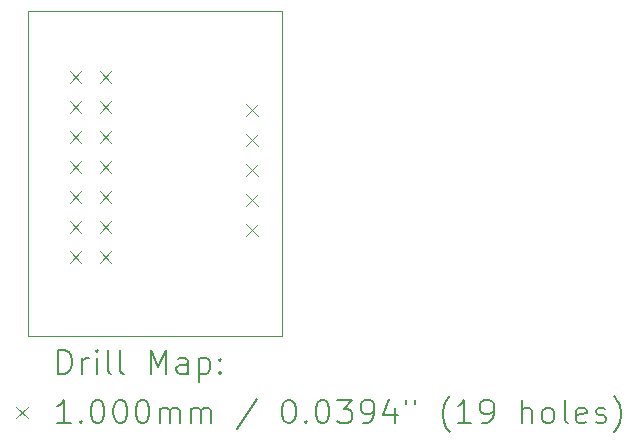
<source format=gbr>
%TF.GenerationSoftware,KiCad,Pcbnew,7.0.10*%
%TF.CreationDate,2024-07-26T10:03:33+01:00*%
%TF.ProjectId,RL78I1C_PMOD_PROG_ADAPTOR_NON_ISO,524c3738-4931-4435-9f50-4d4f445f5052,0*%
%TF.SameCoordinates,Original*%
%TF.FileFunction,Drillmap*%
%TF.FilePolarity,Positive*%
%FSLAX45Y45*%
G04 Gerber Fmt 4.5, Leading zero omitted, Abs format (unit mm)*
G04 Created by KiCad (PCBNEW 7.0.10) date 2024-07-26 10:03:33*
%MOMM*%
%LPD*%
G01*
G04 APERTURE LIST*
%ADD10C,0.100000*%
%ADD11C,0.200000*%
G04 APERTURE END LIST*
D10*
X13672760Y-8096680D02*
X15822760Y-8096680D01*
X15822760Y-10846680D01*
X13672760Y-10846680D01*
X13672760Y-8096680D01*
D11*
D10*
X14023040Y-8602720D02*
X14123040Y-8702720D01*
X14123040Y-8602720D02*
X14023040Y-8702720D01*
X14023040Y-8856720D02*
X14123040Y-8956720D01*
X14123040Y-8856720D02*
X14023040Y-8956720D01*
X14023040Y-9110720D02*
X14123040Y-9210720D01*
X14123040Y-9110720D02*
X14023040Y-9210720D01*
X14023040Y-9364720D02*
X14123040Y-9464720D01*
X14123040Y-9364720D02*
X14023040Y-9464720D01*
X14023040Y-9618720D02*
X14123040Y-9718720D01*
X14123040Y-9618720D02*
X14023040Y-9718720D01*
X14023040Y-9872720D02*
X14123040Y-9972720D01*
X14123040Y-9872720D02*
X14023040Y-9972720D01*
X14023040Y-10126720D02*
X14123040Y-10226720D01*
X14123040Y-10126720D02*
X14023040Y-10226720D01*
X14277040Y-8602720D02*
X14377040Y-8702720D01*
X14377040Y-8602720D02*
X14277040Y-8702720D01*
X14277040Y-8856720D02*
X14377040Y-8956720D01*
X14377040Y-8856720D02*
X14277040Y-8956720D01*
X14277040Y-9110720D02*
X14377040Y-9210720D01*
X14377040Y-9110720D02*
X14277040Y-9210720D01*
X14277040Y-9364720D02*
X14377040Y-9464720D01*
X14377040Y-9364720D02*
X14277040Y-9464720D01*
X14277040Y-9618720D02*
X14377040Y-9718720D01*
X14377040Y-9618720D02*
X14277040Y-9718720D01*
X14277040Y-9872720D02*
X14377040Y-9972720D01*
X14377040Y-9872720D02*
X14277040Y-9972720D01*
X14277040Y-10126720D02*
X14377040Y-10226720D01*
X14377040Y-10126720D02*
X14277040Y-10226720D01*
X15520000Y-8882500D02*
X15620000Y-8982500D01*
X15620000Y-8882500D02*
X15520000Y-8982500D01*
X15520000Y-9136500D02*
X15620000Y-9236500D01*
X15620000Y-9136500D02*
X15520000Y-9236500D01*
X15520000Y-9390500D02*
X15620000Y-9490500D01*
X15620000Y-9390500D02*
X15520000Y-9490500D01*
X15520000Y-9644500D02*
X15620000Y-9744500D01*
X15620000Y-9644500D02*
X15520000Y-9744500D01*
X15520000Y-9898500D02*
X15620000Y-9998500D01*
X15620000Y-9898500D02*
X15520000Y-9998500D01*
D11*
X13928537Y-11163164D02*
X13928537Y-10963164D01*
X13928537Y-10963164D02*
X13976156Y-10963164D01*
X13976156Y-10963164D02*
X14004727Y-10972688D01*
X14004727Y-10972688D02*
X14023775Y-10991735D01*
X14023775Y-10991735D02*
X14033299Y-11010783D01*
X14033299Y-11010783D02*
X14042822Y-11048878D01*
X14042822Y-11048878D02*
X14042822Y-11077450D01*
X14042822Y-11077450D02*
X14033299Y-11115545D01*
X14033299Y-11115545D02*
X14023775Y-11134592D01*
X14023775Y-11134592D02*
X14004727Y-11153640D01*
X14004727Y-11153640D02*
X13976156Y-11163164D01*
X13976156Y-11163164D02*
X13928537Y-11163164D01*
X14128537Y-11163164D02*
X14128537Y-11029830D01*
X14128537Y-11067926D02*
X14138061Y-11048878D01*
X14138061Y-11048878D02*
X14147584Y-11039354D01*
X14147584Y-11039354D02*
X14166632Y-11029830D01*
X14166632Y-11029830D02*
X14185680Y-11029830D01*
X14252346Y-11163164D02*
X14252346Y-11029830D01*
X14252346Y-10963164D02*
X14242822Y-10972688D01*
X14242822Y-10972688D02*
X14252346Y-10982211D01*
X14252346Y-10982211D02*
X14261870Y-10972688D01*
X14261870Y-10972688D02*
X14252346Y-10963164D01*
X14252346Y-10963164D02*
X14252346Y-10982211D01*
X14376156Y-11163164D02*
X14357108Y-11153640D01*
X14357108Y-11153640D02*
X14347584Y-11134592D01*
X14347584Y-11134592D02*
X14347584Y-10963164D01*
X14480918Y-11163164D02*
X14461870Y-11153640D01*
X14461870Y-11153640D02*
X14452346Y-11134592D01*
X14452346Y-11134592D02*
X14452346Y-10963164D01*
X14709489Y-11163164D02*
X14709489Y-10963164D01*
X14709489Y-10963164D02*
X14776156Y-11106021D01*
X14776156Y-11106021D02*
X14842822Y-10963164D01*
X14842822Y-10963164D02*
X14842822Y-11163164D01*
X15023775Y-11163164D02*
X15023775Y-11058402D01*
X15023775Y-11058402D02*
X15014251Y-11039354D01*
X15014251Y-11039354D02*
X14995203Y-11029830D01*
X14995203Y-11029830D02*
X14957108Y-11029830D01*
X14957108Y-11029830D02*
X14938061Y-11039354D01*
X15023775Y-11153640D02*
X15004727Y-11163164D01*
X15004727Y-11163164D02*
X14957108Y-11163164D01*
X14957108Y-11163164D02*
X14938061Y-11153640D01*
X14938061Y-11153640D02*
X14928537Y-11134592D01*
X14928537Y-11134592D02*
X14928537Y-11115545D01*
X14928537Y-11115545D02*
X14938061Y-11096497D01*
X14938061Y-11096497D02*
X14957108Y-11086973D01*
X14957108Y-11086973D02*
X15004727Y-11086973D01*
X15004727Y-11086973D02*
X15023775Y-11077450D01*
X15119013Y-11029830D02*
X15119013Y-11229830D01*
X15119013Y-11039354D02*
X15138061Y-11029830D01*
X15138061Y-11029830D02*
X15176156Y-11029830D01*
X15176156Y-11029830D02*
X15195203Y-11039354D01*
X15195203Y-11039354D02*
X15204727Y-11048878D01*
X15204727Y-11048878D02*
X15214251Y-11067926D01*
X15214251Y-11067926D02*
X15214251Y-11125069D01*
X15214251Y-11125069D02*
X15204727Y-11144116D01*
X15204727Y-11144116D02*
X15195203Y-11153640D01*
X15195203Y-11153640D02*
X15176156Y-11163164D01*
X15176156Y-11163164D02*
X15138061Y-11163164D01*
X15138061Y-11163164D02*
X15119013Y-11153640D01*
X15299965Y-11144116D02*
X15309489Y-11153640D01*
X15309489Y-11153640D02*
X15299965Y-11163164D01*
X15299965Y-11163164D02*
X15290442Y-11153640D01*
X15290442Y-11153640D02*
X15299965Y-11144116D01*
X15299965Y-11144116D02*
X15299965Y-11163164D01*
X15299965Y-11039354D02*
X15309489Y-11048878D01*
X15309489Y-11048878D02*
X15299965Y-11058402D01*
X15299965Y-11058402D02*
X15290442Y-11048878D01*
X15290442Y-11048878D02*
X15299965Y-11039354D01*
X15299965Y-11039354D02*
X15299965Y-11058402D01*
D10*
X13567760Y-11441680D02*
X13667760Y-11541680D01*
X13667760Y-11441680D02*
X13567760Y-11541680D01*
D11*
X14033299Y-11583164D02*
X13919013Y-11583164D01*
X13976156Y-11583164D02*
X13976156Y-11383164D01*
X13976156Y-11383164D02*
X13957108Y-11411735D01*
X13957108Y-11411735D02*
X13938061Y-11430783D01*
X13938061Y-11430783D02*
X13919013Y-11440307D01*
X14119013Y-11564116D02*
X14128537Y-11573640D01*
X14128537Y-11573640D02*
X14119013Y-11583164D01*
X14119013Y-11583164D02*
X14109489Y-11573640D01*
X14109489Y-11573640D02*
X14119013Y-11564116D01*
X14119013Y-11564116D02*
X14119013Y-11583164D01*
X14252346Y-11383164D02*
X14271394Y-11383164D01*
X14271394Y-11383164D02*
X14290442Y-11392688D01*
X14290442Y-11392688D02*
X14299965Y-11402211D01*
X14299965Y-11402211D02*
X14309489Y-11421259D01*
X14309489Y-11421259D02*
X14319013Y-11459354D01*
X14319013Y-11459354D02*
X14319013Y-11506973D01*
X14319013Y-11506973D02*
X14309489Y-11545068D01*
X14309489Y-11545068D02*
X14299965Y-11564116D01*
X14299965Y-11564116D02*
X14290442Y-11573640D01*
X14290442Y-11573640D02*
X14271394Y-11583164D01*
X14271394Y-11583164D02*
X14252346Y-11583164D01*
X14252346Y-11583164D02*
X14233299Y-11573640D01*
X14233299Y-11573640D02*
X14223775Y-11564116D01*
X14223775Y-11564116D02*
X14214251Y-11545068D01*
X14214251Y-11545068D02*
X14204727Y-11506973D01*
X14204727Y-11506973D02*
X14204727Y-11459354D01*
X14204727Y-11459354D02*
X14214251Y-11421259D01*
X14214251Y-11421259D02*
X14223775Y-11402211D01*
X14223775Y-11402211D02*
X14233299Y-11392688D01*
X14233299Y-11392688D02*
X14252346Y-11383164D01*
X14442822Y-11383164D02*
X14461870Y-11383164D01*
X14461870Y-11383164D02*
X14480918Y-11392688D01*
X14480918Y-11392688D02*
X14490442Y-11402211D01*
X14490442Y-11402211D02*
X14499965Y-11421259D01*
X14499965Y-11421259D02*
X14509489Y-11459354D01*
X14509489Y-11459354D02*
X14509489Y-11506973D01*
X14509489Y-11506973D02*
X14499965Y-11545068D01*
X14499965Y-11545068D02*
X14490442Y-11564116D01*
X14490442Y-11564116D02*
X14480918Y-11573640D01*
X14480918Y-11573640D02*
X14461870Y-11583164D01*
X14461870Y-11583164D02*
X14442822Y-11583164D01*
X14442822Y-11583164D02*
X14423775Y-11573640D01*
X14423775Y-11573640D02*
X14414251Y-11564116D01*
X14414251Y-11564116D02*
X14404727Y-11545068D01*
X14404727Y-11545068D02*
X14395203Y-11506973D01*
X14395203Y-11506973D02*
X14395203Y-11459354D01*
X14395203Y-11459354D02*
X14404727Y-11421259D01*
X14404727Y-11421259D02*
X14414251Y-11402211D01*
X14414251Y-11402211D02*
X14423775Y-11392688D01*
X14423775Y-11392688D02*
X14442822Y-11383164D01*
X14633299Y-11383164D02*
X14652346Y-11383164D01*
X14652346Y-11383164D02*
X14671394Y-11392688D01*
X14671394Y-11392688D02*
X14680918Y-11402211D01*
X14680918Y-11402211D02*
X14690442Y-11421259D01*
X14690442Y-11421259D02*
X14699965Y-11459354D01*
X14699965Y-11459354D02*
X14699965Y-11506973D01*
X14699965Y-11506973D02*
X14690442Y-11545068D01*
X14690442Y-11545068D02*
X14680918Y-11564116D01*
X14680918Y-11564116D02*
X14671394Y-11573640D01*
X14671394Y-11573640D02*
X14652346Y-11583164D01*
X14652346Y-11583164D02*
X14633299Y-11583164D01*
X14633299Y-11583164D02*
X14614251Y-11573640D01*
X14614251Y-11573640D02*
X14604727Y-11564116D01*
X14604727Y-11564116D02*
X14595203Y-11545068D01*
X14595203Y-11545068D02*
X14585680Y-11506973D01*
X14585680Y-11506973D02*
X14585680Y-11459354D01*
X14585680Y-11459354D02*
X14595203Y-11421259D01*
X14595203Y-11421259D02*
X14604727Y-11402211D01*
X14604727Y-11402211D02*
X14614251Y-11392688D01*
X14614251Y-11392688D02*
X14633299Y-11383164D01*
X14785680Y-11583164D02*
X14785680Y-11449830D01*
X14785680Y-11468878D02*
X14795203Y-11459354D01*
X14795203Y-11459354D02*
X14814251Y-11449830D01*
X14814251Y-11449830D02*
X14842823Y-11449830D01*
X14842823Y-11449830D02*
X14861870Y-11459354D01*
X14861870Y-11459354D02*
X14871394Y-11478402D01*
X14871394Y-11478402D02*
X14871394Y-11583164D01*
X14871394Y-11478402D02*
X14880918Y-11459354D01*
X14880918Y-11459354D02*
X14899965Y-11449830D01*
X14899965Y-11449830D02*
X14928537Y-11449830D01*
X14928537Y-11449830D02*
X14947584Y-11459354D01*
X14947584Y-11459354D02*
X14957108Y-11478402D01*
X14957108Y-11478402D02*
X14957108Y-11583164D01*
X15052346Y-11583164D02*
X15052346Y-11449830D01*
X15052346Y-11468878D02*
X15061870Y-11459354D01*
X15061870Y-11459354D02*
X15080918Y-11449830D01*
X15080918Y-11449830D02*
X15109489Y-11449830D01*
X15109489Y-11449830D02*
X15128537Y-11459354D01*
X15128537Y-11459354D02*
X15138061Y-11478402D01*
X15138061Y-11478402D02*
X15138061Y-11583164D01*
X15138061Y-11478402D02*
X15147584Y-11459354D01*
X15147584Y-11459354D02*
X15166632Y-11449830D01*
X15166632Y-11449830D02*
X15195203Y-11449830D01*
X15195203Y-11449830D02*
X15214251Y-11459354D01*
X15214251Y-11459354D02*
X15223775Y-11478402D01*
X15223775Y-11478402D02*
X15223775Y-11583164D01*
X15614251Y-11373640D02*
X15442823Y-11630783D01*
X15871394Y-11383164D02*
X15890442Y-11383164D01*
X15890442Y-11383164D02*
X15909489Y-11392688D01*
X15909489Y-11392688D02*
X15919013Y-11402211D01*
X15919013Y-11402211D02*
X15928537Y-11421259D01*
X15928537Y-11421259D02*
X15938061Y-11459354D01*
X15938061Y-11459354D02*
X15938061Y-11506973D01*
X15938061Y-11506973D02*
X15928537Y-11545068D01*
X15928537Y-11545068D02*
X15919013Y-11564116D01*
X15919013Y-11564116D02*
X15909489Y-11573640D01*
X15909489Y-11573640D02*
X15890442Y-11583164D01*
X15890442Y-11583164D02*
X15871394Y-11583164D01*
X15871394Y-11583164D02*
X15852346Y-11573640D01*
X15852346Y-11573640D02*
X15842823Y-11564116D01*
X15842823Y-11564116D02*
X15833299Y-11545068D01*
X15833299Y-11545068D02*
X15823775Y-11506973D01*
X15823775Y-11506973D02*
X15823775Y-11459354D01*
X15823775Y-11459354D02*
X15833299Y-11421259D01*
X15833299Y-11421259D02*
X15842823Y-11402211D01*
X15842823Y-11402211D02*
X15852346Y-11392688D01*
X15852346Y-11392688D02*
X15871394Y-11383164D01*
X16023775Y-11564116D02*
X16033299Y-11573640D01*
X16033299Y-11573640D02*
X16023775Y-11583164D01*
X16023775Y-11583164D02*
X16014251Y-11573640D01*
X16014251Y-11573640D02*
X16023775Y-11564116D01*
X16023775Y-11564116D02*
X16023775Y-11583164D01*
X16157108Y-11383164D02*
X16176156Y-11383164D01*
X16176156Y-11383164D02*
X16195204Y-11392688D01*
X16195204Y-11392688D02*
X16204727Y-11402211D01*
X16204727Y-11402211D02*
X16214251Y-11421259D01*
X16214251Y-11421259D02*
X16223775Y-11459354D01*
X16223775Y-11459354D02*
X16223775Y-11506973D01*
X16223775Y-11506973D02*
X16214251Y-11545068D01*
X16214251Y-11545068D02*
X16204727Y-11564116D01*
X16204727Y-11564116D02*
X16195204Y-11573640D01*
X16195204Y-11573640D02*
X16176156Y-11583164D01*
X16176156Y-11583164D02*
X16157108Y-11583164D01*
X16157108Y-11583164D02*
X16138061Y-11573640D01*
X16138061Y-11573640D02*
X16128537Y-11564116D01*
X16128537Y-11564116D02*
X16119013Y-11545068D01*
X16119013Y-11545068D02*
X16109489Y-11506973D01*
X16109489Y-11506973D02*
X16109489Y-11459354D01*
X16109489Y-11459354D02*
X16119013Y-11421259D01*
X16119013Y-11421259D02*
X16128537Y-11402211D01*
X16128537Y-11402211D02*
X16138061Y-11392688D01*
X16138061Y-11392688D02*
X16157108Y-11383164D01*
X16290442Y-11383164D02*
X16414251Y-11383164D01*
X16414251Y-11383164D02*
X16347585Y-11459354D01*
X16347585Y-11459354D02*
X16376156Y-11459354D01*
X16376156Y-11459354D02*
X16395204Y-11468878D01*
X16395204Y-11468878D02*
X16404727Y-11478402D01*
X16404727Y-11478402D02*
X16414251Y-11497449D01*
X16414251Y-11497449D02*
X16414251Y-11545068D01*
X16414251Y-11545068D02*
X16404727Y-11564116D01*
X16404727Y-11564116D02*
X16395204Y-11573640D01*
X16395204Y-11573640D02*
X16376156Y-11583164D01*
X16376156Y-11583164D02*
X16319013Y-11583164D01*
X16319013Y-11583164D02*
X16299966Y-11573640D01*
X16299966Y-11573640D02*
X16290442Y-11564116D01*
X16509489Y-11583164D02*
X16547585Y-11583164D01*
X16547585Y-11583164D02*
X16566632Y-11573640D01*
X16566632Y-11573640D02*
X16576156Y-11564116D01*
X16576156Y-11564116D02*
X16595204Y-11535545D01*
X16595204Y-11535545D02*
X16604727Y-11497449D01*
X16604727Y-11497449D02*
X16604727Y-11421259D01*
X16604727Y-11421259D02*
X16595204Y-11402211D01*
X16595204Y-11402211D02*
X16585680Y-11392688D01*
X16585680Y-11392688D02*
X16566632Y-11383164D01*
X16566632Y-11383164D02*
X16528537Y-11383164D01*
X16528537Y-11383164D02*
X16509489Y-11392688D01*
X16509489Y-11392688D02*
X16499966Y-11402211D01*
X16499966Y-11402211D02*
X16490442Y-11421259D01*
X16490442Y-11421259D02*
X16490442Y-11468878D01*
X16490442Y-11468878D02*
X16499966Y-11487926D01*
X16499966Y-11487926D02*
X16509489Y-11497449D01*
X16509489Y-11497449D02*
X16528537Y-11506973D01*
X16528537Y-11506973D02*
X16566632Y-11506973D01*
X16566632Y-11506973D02*
X16585680Y-11497449D01*
X16585680Y-11497449D02*
X16595204Y-11487926D01*
X16595204Y-11487926D02*
X16604727Y-11468878D01*
X16776156Y-11449830D02*
X16776156Y-11583164D01*
X16728537Y-11373640D02*
X16680918Y-11516497D01*
X16680918Y-11516497D02*
X16804728Y-11516497D01*
X16871394Y-11383164D02*
X16871394Y-11421259D01*
X16947585Y-11383164D02*
X16947585Y-11421259D01*
X17242823Y-11659354D02*
X17233299Y-11649830D01*
X17233299Y-11649830D02*
X17214251Y-11621259D01*
X17214251Y-11621259D02*
X17204728Y-11602211D01*
X17204728Y-11602211D02*
X17195204Y-11573640D01*
X17195204Y-11573640D02*
X17185680Y-11526021D01*
X17185680Y-11526021D02*
X17185680Y-11487926D01*
X17185680Y-11487926D02*
X17195204Y-11440307D01*
X17195204Y-11440307D02*
X17204728Y-11411735D01*
X17204728Y-11411735D02*
X17214251Y-11392688D01*
X17214251Y-11392688D02*
X17233299Y-11364116D01*
X17233299Y-11364116D02*
X17242823Y-11354592D01*
X17423775Y-11583164D02*
X17309490Y-11583164D01*
X17366632Y-11583164D02*
X17366632Y-11383164D01*
X17366632Y-11383164D02*
X17347585Y-11411735D01*
X17347585Y-11411735D02*
X17328537Y-11430783D01*
X17328537Y-11430783D02*
X17309490Y-11440307D01*
X17519013Y-11583164D02*
X17557109Y-11583164D01*
X17557109Y-11583164D02*
X17576156Y-11573640D01*
X17576156Y-11573640D02*
X17585680Y-11564116D01*
X17585680Y-11564116D02*
X17604728Y-11535545D01*
X17604728Y-11535545D02*
X17614251Y-11497449D01*
X17614251Y-11497449D02*
X17614251Y-11421259D01*
X17614251Y-11421259D02*
X17604728Y-11402211D01*
X17604728Y-11402211D02*
X17595204Y-11392688D01*
X17595204Y-11392688D02*
X17576156Y-11383164D01*
X17576156Y-11383164D02*
X17538061Y-11383164D01*
X17538061Y-11383164D02*
X17519013Y-11392688D01*
X17519013Y-11392688D02*
X17509490Y-11402211D01*
X17509490Y-11402211D02*
X17499966Y-11421259D01*
X17499966Y-11421259D02*
X17499966Y-11468878D01*
X17499966Y-11468878D02*
X17509490Y-11487926D01*
X17509490Y-11487926D02*
X17519013Y-11497449D01*
X17519013Y-11497449D02*
X17538061Y-11506973D01*
X17538061Y-11506973D02*
X17576156Y-11506973D01*
X17576156Y-11506973D02*
X17595204Y-11497449D01*
X17595204Y-11497449D02*
X17604728Y-11487926D01*
X17604728Y-11487926D02*
X17614251Y-11468878D01*
X17852347Y-11583164D02*
X17852347Y-11383164D01*
X17938061Y-11583164D02*
X17938061Y-11478402D01*
X17938061Y-11478402D02*
X17928537Y-11459354D01*
X17928537Y-11459354D02*
X17909490Y-11449830D01*
X17909490Y-11449830D02*
X17880918Y-11449830D01*
X17880918Y-11449830D02*
X17861871Y-11459354D01*
X17861871Y-11459354D02*
X17852347Y-11468878D01*
X18061871Y-11583164D02*
X18042823Y-11573640D01*
X18042823Y-11573640D02*
X18033299Y-11564116D01*
X18033299Y-11564116D02*
X18023775Y-11545068D01*
X18023775Y-11545068D02*
X18023775Y-11487926D01*
X18023775Y-11487926D02*
X18033299Y-11468878D01*
X18033299Y-11468878D02*
X18042823Y-11459354D01*
X18042823Y-11459354D02*
X18061871Y-11449830D01*
X18061871Y-11449830D02*
X18090442Y-11449830D01*
X18090442Y-11449830D02*
X18109490Y-11459354D01*
X18109490Y-11459354D02*
X18119013Y-11468878D01*
X18119013Y-11468878D02*
X18128537Y-11487926D01*
X18128537Y-11487926D02*
X18128537Y-11545068D01*
X18128537Y-11545068D02*
X18119013Y-11564116D01*
X18119013Y-11564116D02*
X18109490Y-11573640D01*
X18109490Y-11573640D02*
X18090442Y-11583164D01*
X18090442Y-11583164D02*
X18061871Y-11583164D01*
X18242823Y-11583164D02*
X18223775Y-11573640D01*
X18223775Y-11573640D02*
X18214252Y-11554592D01*
X18214252Y-11554592D02*
X18214252Y-11383164D01*
X18395204Y-11573640D02*
X18376156Y-11583164D01*
X18376156Y-11583164D02*
X18338061Y-11583164D01*
X18338061Y-11583164D02*
X18319013Y-11573640D01*
X18319013Y-11573640D02*
X18309490Y-11554592D01*
X18309490Y-11554592D02*
X18309490Y-11478402D01*
X18309490Y-11478402D02*
X18319013Y-11459354D01*
X18319013Y-11459354D02*
X18338061Y-11449830D01*
X18338061Y-11449830D02*
X18376156Y-11449830D01*
X18376156Y-11449830D02*
X18395204Y-11459354D01*
X18395204Y-11459354D02*
X18404728Y-11478402D01*
X18404728Y-11478402D02*
X18404728Y-11497449D01*
X18404728Y-11497449D02*
X18309490Y-11516497D01*
X18480918Y-11573640D02*
X18499966Y-11583164D01*
X18499966Y-11583164D02*
X18538061Y-11583164D01*
X18538061Y-11583164D02*
X18557109Y-11573640D01*
X18557109Y-11573640D02*
X18566633Y-11554592D01*
X18566633Y-11554592D02*
X18566633Y-11545068D01*
X18566633Y-11545068D02*
X18557109Y-11526021D01*
X18557109Y-11526021D02*
X18538061Y-11516497D01*
X18538061Y-11516497D02*
X18509490Y-11516497D01*
X18509490Y-11516497D02*
X18490442Y-11506973D01*
X18490442Y-11506973D02*
X18480918Y-11487926D01*
X18480918Y-11487926D02*
X18480918Y-11478402D01*
X18480918Y-11478402D02*
X18490442Y-11459354D01*
X18490442Y-11459354D02*
X18509490Y-11449830D01*
X18509490Y-11449830D02*
X18538061Y-11449830D01*
X18538061Y-11449830D02*
X18557109Y-11459354D01*
X18633299Y-11659354D02*
X18642823Y-11649830D01*
X18642823Y-11649830D02*
X18661871Y-11621259D01*
X18661871Y-11621259D02*
X18671394Y-11602211D01*
X18671394Y-11602211D02*
X18680918Y-11573640D01*
X18680918Y-11573640D02*
X18690442Y-11526021D01*
X18690442Y-11526021D02*
X18690442Y-11487926D01*
X18690442Y-11487926D02*
X18680918Y-11440307D01*
X18680918Y-11440307D02*
X18671394Y-11411735D01*
X18671394Y-11411735D02*
X18661871Y-11392688D01*
X18661871Y-11392688D02*
X18642823Y-11364116D01*
X18642823Y-11364116D02*
X18633299Y-11354592D01*
M02*

</source>
